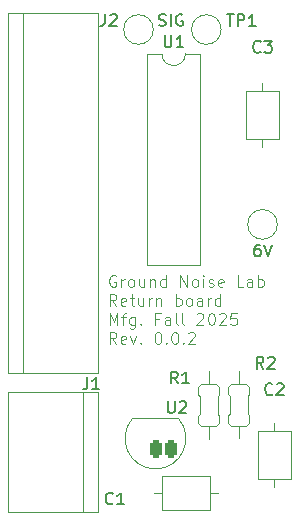
<source format=gto>
G04 #@! TF.GenerationSoftware,KiCad,Pcbnew,9.0.5-9.0.5~ubuntu25.04.1*
G04 #@! TF.CreationDate,2025-12-03T04:11:04-06:00*
G04 #@! TF.ProjectId,Return_Board,52657475-726e-45f4-926f-6172642e6b69,rev?*
G04 #@! TF.SameCoordinates,Original*
G04 #@! TF.FileFunction,Legend,Top*
G04 #@! TF.FilePolarity,Positive*
%FSLAX46Y46*%
G04 Gerber Fmt 4.6, Leading zero omitted, Abs format (unit mm)*
G04 Created by KiCad (PCBNEW 9.0.5-9.0.5~ubuntu25.04.1) date 2025-12-03 04:11:04*
%MOMM*%
%LPD*%
G01*
G04 APERTURE LIST*
G04 Aperture macros list*
%AMRoundRect*
0 Rectangle with rounded corners*
0 $1 Rounding radius*
0 $2 $3 $4 $5 $6 $7 $8 $9 X,Y pos of 4 corners*
0 Add a 4 corners polygon primitive as box body*
4,1,4,$2,$3,$4,$5,$6,$7,$8,$9,$2,$3,0*
0 Add four circle primitives for the rounded corners*
1,1,$1+$1,$2,$3*
1,1,$1+$1,$4,$5*
1,1,$1+$1,$6,$7*
1,1,$1+$1,$8,$9*
0 Add four rect primitives between the rounded corners*
20,1,$1+$1,$2,$3,$4,$5,0*
20,1,$1+$1,$4,$5,$6,$7,0*
20,1,$1+$1,$6,$7,$8,$9,0*
20,1,$1+$1,$8,$9,$2,$3,0*%
G04 Aperture macros list end*
%ADD10C,0.100000*%
%ADD11C,0.150000*%
%ADD12C,0.120000*%
%ADD13R,3.000000X3.000000*%
%ADD14C,3.000000*%
%ADD15C,1.600000*%
%ADD16O,1.600000X1.600000*%
%ADD17R,2.400000X1.600000*%
%ADD18O,2.400000X1.600000*%
%ADD19C,1.400000*%
%ADD20O,1.400000X1.400000*%
%ADD21C,2.000000*%
%ADD22RoundRect,0.262500X-0.262500X-0.487500X0.262500X-0.487500X0.262500X0.487500X-0.262500X0.487500X0*%
%ADD23R,1.050000X1.500000*%
G04 APERTURE END LIST*
D10*
X142077693Y-90340206D02*
X141982455Y-90292587D01*
X141982455Y-90292587D02*
X141839598Y-90292587D01*
X141839598Y-90292587D02*
X141696741Y-90340206D01*
X141696741Y-90340206D02*
X141601503Y-90435444D01*
X141601503Y-90435444D02*
X141553884Y-90530682D01*
X141553884Y-90530682D02*
X141506265Y-90721158D01*
X141506265Y-90721158D02*
X141506265Y-90864015D01*
X141506265Y-90864015D02*
X141553884Y-91054491D01*
X141553884Y-91054491D02*
X141601503Y-91149729D01*
X141601503Y-91149729D02*
X141696741Y-91244968D01*
X141696741Y-91244968D02*
X141839598Y-91292587D01*
X141839598Y-91292587D02*
X141934836Y-91292587D01*
X141934836Y-91292587D02*
X142077693Y-91244968D01*
X142077693Y-91244968D02*
X142125312Y-91197348D01*
X142125312Y-91197348D02*
X142125312Y-90864015D01*
X142125312Y-90864015D02*
X141934836Y-90864015D01*
X142553884Y-91292587D02*
X142553884Y-90625920D01*
X142553884Y-90816396D02*
X142601503Y-90721158D01*
X142601503Y-90721158D02*
X142649122Y-90673539D01*
X142649122Y-90673539D02*
X142744360Y-90625920D01*
X142744360Y-90625920D02*
X142839598Y-90625920D01*
X143315789Y-91292587D02*
X143220551Y-91244968D01*
X143220551Y-91244968D02*
X143172932Y-91197348D01*
X143172932Y-91197348D02*
X143125313Y-91102110D01*
X143125313Y-91102110D02*
X143125313Y-90816396D01*
X143125313Y-90816396D02*
X143172932Y-90721158D01*
X143172932Y-90721158D02*
X143220551Y-90673539D01*
X143220551Y-90673539D02*
X143315789Y-90625920D01*
X143315789Y-90625920D02*
X143458646Y-90625920D01*
X143458646Y-90625920D02*
X143553884Y-90673539D01*
X143553884Y-90673539D02*
X143601503Y-90721158D01*
X143601503Y-90721158D02*
X143649122Y-90816396D01*
X143649122Y-90816396D02*
X143649122Y-91102110D01*
X143649122Y-91102110D02*
X143601503Y-91197348D01*
X143601503Y-91197348D02*
X143553884Y-91244968D01*
X143553884Y-91244968D02*
X143458646Y-91292587D01*
X143458646Y-91292587D02*
X143315789Y-91292587D01*
X144506265Y-90625920D02*
X144506265Y-91292587D01*
X144077694Y-90625920D02*
X144077694Y-91149729D01*
X144077694Y-91149729D02*
X144125313Y-91244968D01*
X144125313Y-91244968D02*
X144220551Y-91292587D01*
X144220551Y-91292587D02*
X144363408Y-91292587D01*
X144363408Y-91292587D02*
X144458646Y-91244968D01*
X144458646Y-91244968D02*
X144506265Y-91197348D01*
X144982456Y-90625920D02*
X144982456Y-91292587D01*
X144982456Y-90721158D02*
X145030075Y-90673539D01*
X145030075Y-90673539D02*
X145125313Y-90625920D01*
X145125313Y-90625920D02*
X145268170Y-90625920D01*
X145268170Y-90625920D02*
X145363408Y-90673539D01*
X145363408Y-90673539D02*
X145411027Y-90768777D01*
X145411027Y-90768777D02*
X145411027Y-91292587D01*
X146315789Y-91292587D02*
X146315789Y-90292587D01*
X146315789Y-91244968D02*
X146220551Y-91292587D01*
X146220551Y-91292587D02*
X146030075Y-91292587D01*
X146030075Y-91292587D02*
X145934837Y-91244968D01*
X145934837Y-91244968D02*
X145887218Y-91197348D01*
X145887218Y-91197348D02*
X145839599Y-91102110D01*
X145839599Y-91102110D02*
X145839599Y-90816396D01*
X145839599Y-90816396D02*
X145887218Y-90721158D01*
X145887218Y-90721158D02*
X145934837Y-90673539D01*
X145934837Y-90673539D02*
X146030075Y-90625920D01*
X146030075Y-90625920D02*
X146220551Y-90625920D01*
X146220551Y-90625920D02*
X146315789Y-90673539D01*
X147553885Y-91292587D02*
X147553885Y-90292587D01*
X147553885Y-90292587D02*
X148125313Y-91292587D01*
X148125313Y-91292587D02*
X148125313Y-90292587D01*
X148744361Y-91292587D02*
X148649123Y-91244968D01*
X148649123Y-91244968D02*
X148601504Y-91197348D01*
X148601504Y-91197348D02*
X148553885Y-91102110D01*
X148553885Y-91102110D02*
X148553885Y-90816396D01*
X148553885Y-90816396D02*
X148601504Y-90721158D01*
X148601504Y-90721158D02*
X148649123Y-90673539D01*
X148649123Y-90673539D02*
X148744361Y-90625920D01*
X148744361Y-90625920D02*
X148887218Y-90625920D01*
X148887218Y-90625920D02*
X148982456Y-90673539D01*
X148982456Y-90673539D02*
X149030075Y-90721158D01*
X149030075Y-90721158D02*
X149077694Y-90816396D01*
X149077694Y-90816396D02*
X149077694Y-91102110D01*
X149077694Y-91102110D02*
X149030075Y-91197348D01*
X149030075Y-91197348D02*
X148982456Y-91244968D01*
X148982456Y-91244968D02*
X148887218Y-91292587D01*
X148887218Y-91292587D02*
X148744361Y-91292587D01*
X149506266Y-91292587D02*
X149506266Y-90625920D01*
X149506266Y-90292587D02*
X149458647Y-90340206D01*
X149458647Y-90340206D02*
X149506266Y-90387825D01*
X149506266Y-90387825D02*
X149553885Y-90340206D01*
X149553885Y-90340206D02*
X149506266Y-90292587D01*
X149506266Y-90292587D02*
X149506266Y-90387825D01*
X149934837Y-91244968D02*
X150030075Y-91292587D01*
X150030075Y-91292587D02*
X150220551Y-91292587D01*
X150220551Y-91292587D02*
X150315789Y-91244968D01*
X150315789Y-91244968D02*
X150363408Y-91149729D01*
X150363408Y-91149729D02*
X150363408Y-91102110D01*
X150363408Y-91102110D02*
X150315789Y-91006872D01*
X150315789Y-91006872D02*
X150220551Y-90959253D01*
X150220551Y-90959253D02*
X150077694Y-90959253D01*
X150077694Y-90959253D02*
X149982456Y-90911634D01*
X149982456Y-90911634D02*
X149934837Y-90816396D01*
X149934837Y-90816396D02*
X149934837Y-90768777D01*
X149934837Y-90768777D02*
X149982456Y-90673539D01*
X149982456Y-90673539D02*
X150077694Y-90625920D01*
X150077694Y-90625920D02*
X150220551Y-90625920D01*
X150220551Y-90625920D02*
X150315789Y-90673539D01*
X151172932Y-91244968D02*
X151077694Y-91292587D01*
X151077694Y-91292587D02*
X150887218Y-91292587D01*
X150887218Y-91292587D02*
X150791980Y-91244968D01*
X150791980Y-91244968D02*
X150744361Y-91149729D01*
X150744361Y-91149729D02*
X150744361Y-90768777D01*
X150744361Y-90768777D02*
X150791980Y-90673539D01*
X150791980Y-90673539D02*
X150887218Y-90625920D01*
X150887218Y-90625920D02*
X151077694Y-90625920D01*
X151077694Y-90625920D02*
X151172932Y-90673539D01*
X151172932Y-90673539D02*
X151220551Y-90768777D01*
X151220551Y-90768777D02*
X151220551Y-90864015D01*
X151220551Y-90864015D02*
X150744361Y-90959253D01*
X152887218Y-91292587D02*
X152411028Y-91292587D01*
X152411028Y-91292587D02*
X152411028Y-90292587D01*
X153649123Y-91292587D02*
X153649123Y-90768777D01*
X153649123Y-90768777D02*
X153601504Y-90673539D01*
X153601504Y-90673539D02*
X153506266Y-90625920D01*
X153506266Y-90625920D02*
X153315790Y-90625920D01*
X153315790Y-90625920D02*
X153220552Y-90673539D01*
X153649123Y-91244968D02*
X153553885Y-91292587D01*
X153553885Y-91292587D02*
X153315790Y-91292587D01*
X153315790Y-91292587D02*
X153220552Y-91244968D01*
X153220552Y-91244968D02*
X153172933Y-91149729D01*
X153172933Y-91149729D02*
X153172933Y-91054491D01*
X153172933Y-91054491D02*
X153220552Y-90959253D01*
X153220552Y-90959253D02*
X153315790Y-90911634D01*
X153315790Y-90911634D02*
X153553885Y-90911634D01*
X153553885Y-90911634D02*
X153649123Y-90864015D01*
X154125314Y-91292587D02*
X154125314Y-90292587D01*
X154125314Y-90673539D02*
X154220552Y-90625920D01*
X154220552Y-90625920D02*
X154411028Y-90625920D01*
X154411028Y-90625920D02*
X154506266Y-90673539D01*
X154506266Y-90673539D02*
X154553885Y-90721158D01*
X154553885Y-90721158D02*
X154601504Y-90816396D01*
X154601504Y-90816396D02*
X154601504Y-91102110D01*
X154601504Y-91102110D02*
X154553885Y-91197348D01*
X154553885Y-91197348D02*
X154506266Y-91244968D01*
X154506266Y-91244968D02*
X154411028Y-91292587D01*
X154411028Y-91292587D02*
X154220552Y-91292587D01*
X154220552Y-91292587D02*
X154125314Y-91244968D01*
X142125312Y-92902531D02*
X141791979Y-92426340D01*
X141553884Y-92902531D02*
X141553884Y-91902531D01*
X141553884Y-91902531D02*
X141934836Y-91902531D01*
X141934836Y-91902531D02*
X142030074Y-91950150D01*
X142030074Y-91950150D02*
X142077693Y-91997769D01*
X142077693Y-91997769D02*
X142125312Y-92093007D01*
X142125312Y-92093007D02*
X142125312Y-92235864D01*
X142125312Y-92235864D02*
X142077693Y-92331102D01*
X142077693Y-92331102D02*
X142030074Y-92378721D01*
X142030074Y-92378721D02*
X141934836Y-92426340D01*
X141934836Y-92426340D02*
X141553884Y-92426340D01*
X142934836Y-92854912D02*
X142839598Y-92902531D01*
X142839598Y-92902531D02*
X142649122Y-92902531D01*
X142649122Y-92902531D02*
X142553884Y-92854912D01*
X142553884Y-92854912D02*
X142506265Y-92759673D01*
X142506265Y-92759673D02*
X142506265Y-92378721D01*
X142506265Y-92378721D02*
X142553884Y-92283483D01*
X142553884Y-92283483D02*
X142649122Y-92235864D01*
X142649122Y-92235864D02*
X142839598Y-92235864D01*
X142839598Y-92235864D02*
X142934836Y-92283483D01*
X142934836Y-92283483D02*
X142982455Y-92378721D01*
X142982455Y-92378721D02*
X142982455Y-92473959D01*
X142982455Y-92473959D02*
X142506265Y-92569197D01*
X143268170Y-92235864D02*
X143649122Y-92235864D01*
X143411027Y-91902531D02*
X143411027Y-92759673D01*
X143411027Y-92759673D02*
X143458646Y-92854912D01*
X143458646Y-92854912D02*
X143553884Y-92902531D01*
X143553884Y-92902531D02*
X143649122Y-92902531D01*
X144411027Y-92235864D02*
X144411027Y-92902531D01*
X143982456Y-92235864D02*
X143982456Y-92759673D01*
X143982456Y-92759673D02*
X144030075Y-92854912D01*
X144030075Y-92854912D02*
X144125313Y-92902531D01*
X144125313Y-92902531D02*
X144268170Y-92902531D01*
X144268170Y-92902531D02*
X144363408Y-92854912D01*
X144363408Y-92854912D02*
X144411027Y-92807292D01*
X144887218Y-92902531D02*
X144887218Y-92235864D01*
X144887218Y-92426340D02*
X144934837Y-92331102D01*
X144934837Y-92331102D02*
X144982456Y-92283483D01*
X144982456Y-92283483D02*
X145077694Y-92235864D01*
X145077694Y-92235864D02*
X145172932Y-92235864D01*
X145506266Y-92235864D02*
X145506266Y-92902531D01*
X145506266Y-92331102D02*
X145553885Y-92283483D01*
X145553885Y-92283483D02*
X145649123Y-92235864D01*
X145649123Y-92235864D02*
X145791980Y-92235864D01*
X145791980Y-92235864D02*
X145887218Y-92283483D01*
X145887218Y-92283483D02*
X145934837Y-92378721D01*
X145934837Y-92378721D02*
X145934837Y-92902531D01*
X147172933Y-92902531D02*
X147172933Y-91902531D01*
X147172933Y-92283483D02*
X147268171Y-92235864D01*
X147268171Y-92235864D02*
X147458647Y-92235864D01*
X147458647Y-92235864D02*
X147553885Y-92283483D01*
X147553885Y-92283483D02*
X147601504Y-92331102D01*
X147601504Y-92331102D02*
X147649123Y-92426340D01*
X147649123Y-92426340D02*
X147649123Y-92712054D01*
X147649123Y-92712054D02*
X147601504Y-92807292D01*
X147601504Y-92807292D02*
X147553885Y-92854912D01*
X147553885Y-92854912D02*
X147458647Y-92902531D01*
X147458647Y-92902531D02*
X147268171Y-92902531D01*
X147268171Y-92902531D02*
X147172933Y-92854912D01*
X148220552Y-92902531D02*
X148125314Y-92854912D01*
X148125314Y-92854912D02*
X148077695Y-92807292D01*
X148077695Y-92807292D02*
X148030076Y-92712054D01*
X148030076Y-92712054D02*
X148030076Y-92426340D01*
X148030076Y-92426340D02*
X148077695Y-92331102D01*
X148077695Y-92331102D02*
X148125314Y-92283483D01*
X148125314Y-92283483D02*
X148220552Y-92235864D01*
X148220552Y-92235864D02*
X148363409Y-92235864D01*
X148363409Y-92235864D02*
X148458647Y-92283483D01*
X148458647Y-92283483D02*
X148506266Y-92331102D01*
X148506266Y-92331102D02*
X148553885Y-92426340D01*
X148553885Y-92426340D02*
X148553885Y-92712054D01*
X148553885Y-92712054D02*
X148506266Y-92807292D01*
X148506266Y-92807292D02*
X148458647Y-92854912D01*
X148458647Y-92854912D02*
X148363409Y-92902531D01*
X148363409Y-92902531D02*
X148220552Y-92902531D01*
X149411028Y-92902531D02*
X149411028Y-92378721D01*
X149411028Y-92378721D02*
X149363409Y-92283483D01*
X149363409Y-92283483D02*
X149268171Y-92235864D01*
X149268171Y-92235864D02*
X149077695Y-92235864D01*
X149077695Y-92235864D02*
X148982457Y-92283483D01*
X149411028Y-92854912D02*
X149315790Y-92902531D01*
X149315790Y-92902531D02*
X149077695Y-92902531D01*
X149077695Y-92902531D02*
X148982457Y-92854912D01*
X148982457Y-92854912D02*
X148934838Y-92759673D01*
X148934838Y-92759673D02*
X148934838Y-92664435D01*
X148934838Y-92664435D02*
X148982457Y-92569197D01*
X148982457Y-92569197D02*
X149077695Y-92521578D01*
X149077695Y-92521578D02*
X149315790Y-92521578D01*
X149315790Y-92521578D02*
X149411028Y-92473959D01*
X149887219Y-92902531D02*
X149887219Y-92235864D01*
X149887219Y-92426340D02*
X149934838Y-92331102D01*
X149934838Y-92331102D02*
X149982457Y-92283483D01*
X149982457Y-92283483D02*
X150077695Y-92235864D01*
X150077695Y-92235864D02*
X150172933Y-92235864D01*
X150934838Y-92902531D02*
X150934838Y-91902531D01*
X150934838Y-92854912D02*
X150839600Y-92902531D01*
X150839600Y-92902531D02*
X150649124Y-92902531D01*
X150649124Y-92902531D02*
X150553886Y-92854912D01*
X150553886Y-92854912D02*
X150506267Y-92807292D01*
X150506267Y-92807292D02*
X150458648Y-92712054D01*
X150458648Y-92712054D02*
X150458648Y-92426340D01*
X150458648Y-92426340D02*
X150506267Y-92331102D01*
X150506267Y-92331102D02*
X150553886Y-92283483D01*
X150553886Y-92283483D02*
X150649124Y-92235864D01*
X150649124Y-92235864D02*
X150839600Y-92235864D01*
X150839600Y-92235864D02*
X150934838Y-92283483D01*
X141553884Y-94512475D02*
X141553884Y-93512475D01*
X141553884Y-93512475D02*
X141887217Y-94226760D01*
X141887217Y-94226760D02*
X142220550Y-93512475D01*
X142220550Y-93512475D02*
X142220550Y-94512475D01*
X142553884Y-93845808D02*
X142934836Y-93845808D01*
X142696741Y-94512475D02*
X142696741Y-93655332D01*
X142696741Y-93655332D02*
X142744360Y-93560094D01*
X142744360Y-93560094D02*
X142839598Y-93512475D01*
X142839598Y-93512475D02*
X142934836Y-93512475D01*
X143696741Y-93845808D02*
X143696741Y-94655332D01*
X143696741Y-94655332D02*
X143649122Y-94750570D01*
X143649122Y-94750570D02*
X143601503Y-94798189D01*
X143601503Y-94798189D02*
X143506265Y-94845808D01*
X143506265Y-94845808D02*
X143363408Y-94845808D01*
X143363408Y-94845808D02*
X143268170Y-94798189D01*
X143696741Y-94464856D02*
X143601503Y-94512475D01*
X143601503Y-94512475D02*
X143411027Y-94512475D01*
X143411027Y-94512475D02*
X143315789Y-94464856D01*
X143315789Y-94464856D02*
X143268170Y-94417236D01*
X143268170Y-94417236D02*
X143220551Y-94321998D01*
X143220551Y-94321998D02*
X143220551Y-94036284D01*
X143220551Y-94036284D02*
X143268170Y-93941046D01*
X143268170Y-93941046D02*
X143315789Y-93893427D01*
X143315789Y-93893427D02*
X143411027Y-93845808D01*
X143411027Y-93845808D02*
X143601503Y-93845808D01*
X143601503Y-93845808D02*
X143696741Y-93893427D01*
X144172932Y-94417236D02*
X144220551Y-94464856D01*
X144220551Y-94464856D02*
X144172932Y-94512475D01*
X144172932Y-94512475D02*
X144125313Y-94464856D01*
X144125313Y-94464856D02*
X144172932Y-94417236D01*
X144172932Y-94417236D02*
X144172932Y-94512475D01*
X145744360Y-93988665D02*
X145411027Y-93988665D01*
X145411027Y-94512475D02*
X145411027Y-93512475D01*
X145411027Y-93512475D02*
X145887217Y-93512475D01*
X146696741Y-94512475D02*
X146696741Y-93988665D01*
X146696741Y-93988665D02*
X146649122Y-93893427D01*
X146649122Y-93893427D02*
X146553884Y-93845808D01*
X146553884Y-93845808D02*
X146363408Y-93845808D01*
X146363408Y-93845808D02*
X146268170Y-93893427D01*
X146696741Y-94464856D02*
X146601503Y-94512475D01*
X146601503Y-94512475D02*
X146363408Y-94512475D01*
X146363408Y-94512475D02*
X146268170Y-94464856D01*
X146268170Y-94464856D02*
X146220551Y-94369617D01*
X146220551Y-94369617D02*
X146220551Y-94274379D01*
X146220551Y-94274379D02*
X146268170Y-94179141D01*
X146268170Y-94179141D02*
X146363408Y-94131522D01*
X146363408Y-94131522D02*
X146601503Y-94131522D01*
X146601503Y-94131522D02*
X146696741Y-94083903D01*
X147315789Y-94512475D02*
X147220551Y-94464856D01*
X147220551Y-94464856D02*
X147172932Y-94369617D01*
X147172932Y-94369617D02*
X147172932Y-93512475D01*
X147839599Y-94512475D02*
X147744361Y-94464856D01*
X147744361Y-94464856D02*
X147696742Y-94369617D01*
X147696742Y-94369617D02*
X147696742Y-93512475D01*
X148934838Y-93607713D02*
X148982457Y-93560094D01*
X148982457Y-93560094D02*
X149077695Y-93512475D01*
X149077695Y-93512475D02*
X149315790Y-93512475D01*
X149315790Y-93512475D02*
X149411028Y-93560094D01*
X149411028Y-93560094D02*
X149458647Y-93607713D01*
X149458647Y-93607713D02*
X149506266Y-93702951D01*
X149506266Y-93702951D02*
X149506266Y-93798189D01*
X149506266Y-93798189D02*
X149458647Y-93941046D01*
X149458647Y-93941046D02*
X148887219Y-94512475D01*
X148887219Y-94512475D02*
X149506266Y-94512475D01*
X150125314Y-93512475D02*
X150220552Y-93512475D01*
X150220552Y-93512475D02*
X150315790Y-93560094D01*
X150315790Y-93560094D02*
X150363409Y-93607713D01*
X150363409Y-93607713D02*
X150411028Y-93702951D01*
X150411028Y-93702951D02*
X150458647Y-93893427D01*
X150458647Y-93893427D02*
X150458647Y-94131522D01*
X150458647Y-94131522D02*
X150411028Y-94321998D01*
X150411028Y-94321998D02*
X150363409Y-94417236D01*
X150363409Y-94417236D02*
X150315790Y-94464856D01*
X150315790Y-94464856D02*
X150220552Y-94512475D01*
X150220552Y-94512475D02*
X150125314Y-94512475D01*
X150125314Y-94512475D02*
X150030076Y-94464856D01*
X150030076Y-94464856D02*
X149982457Y-94417236D01*
X149982457Y-94417236D02*
X149934838Y-94321998D01*
X149934838Y-94321998D02*
X149887219Y-94131522D01*
X149887219Y-94131522D02*
X149887219Y-93893427D01*
X149887219Y-93893427D02*
X149934838Y-93702951D01*
X149934838Y-93702951D02*
X149982457Y-93607713D01*
X149982457Y-93607713D02*
X150030076Y-93560094D01*
X150030076Y-93560094D02*
X150125314Y-93512475D01*
X150839600Y-93607713D02*
X150887219Y-93560094D01*
X150887219Y-93560094D02*
X150982457Y-93512475D01*
X150982457Y-93512475D02*
X151220552Y-93512475D01*
X151220552Y-93512475D02*
X151315790Y-93560094D01*
X151315790Y-93560094D02*
X151363409Y-93607713D01*
X151363409Y-93607713D02*
X151411028Y-93702951D01*
X151411028Y-93702951D02*
X151411028Y-93798189D01*
X151411028Y-93798189D02*
X151363409Y-93941046D01*
X151363409Y-93941046D02*
X150791981Y-94512475D01*
X150791981Y-94512475D02*
X151411028Y-94512475D01*
X152315790Y-93512475D02*
X151839600Y-93512475D01*
X151839600Y-93512475D02*
X151791981Y-93988665D01*
X151791981Y-93988665D02*
X151839600Y-93941046D01*
X151839600Y-93941046D02*
X151934838Y-93893427D01*
X151934838Y-93893427D02*
X152172933Y-93893427D01*
X152172933Y-93893427D02*
X152268171Y-93941046D01*
X152268171Y-93941046D02*
X152315790Y-93988665D01*
X152315790Y-93988665D02*
X152363409Y-94083903D01*
X152363409Y-94083903D02*
X152363409Y-94321998D01*
X152363409Y-94321998D02*
X152315790Y-94417236D01*
X152315790Y-94417236D02*
X152268171Y-94464856D01*
X152268171Y-94464856D02*
X152172933Y-94512475D01*
X152172933Y-94512475D02*
X151934838Y-94512475D01*
X151934838Y-94512475D02*
X151839600Y-94464856D01*
X151839600Y-94464856D02*
X151791981Y-94417236D01*
X142125312Y-96122419D02*
X141791979Y-95646228D01*
X141553884Y-96122419D02*
X141553884Y-95122419D01*
X141553884Y-95122419D02*
X141934836Y-95122419D01*
X141934836Y-95122419D02*
X142030074Y-95170038D01*
X142030074Y-95170038D02*
X142077693Y-95217657D01*
X142077693Y-95217657D02*
X142125312Y-95312895D01*
X142125312Y-95312895D02*
X142125312Y-95455752D01*
X142125312Y-95455752D02*
X142077693Y-95550990D01*
X142077693Y-95550990D02*
X142030074Y-95598609D01*
X142030074Y-95598609D02*
X141934836Y-95646228D01*
X141934836Y-95646228D02*
X141553884Y-95646228D01*
X142934836Y-96074800D02*
X142839598Y-96122419D01*
X142839598Y-96122419D02*
X142649122Y-96122419D01*
X142649122Y-96122419D02*
X142553884Y-96074800D01*
X142553884Y-96074800D02*
X142506265Y-95979561D01*
X142506265Y-95979561D02*
X142506265Y-95598609D01*
X142506265Y-95598609D02*
X142553884Y-95503371D01*
X142553884Y-95503371D02*
X142649122Y-95455752D01*
X142649122Y-95455752D02*
X142839598Y-95455752D01*
X142839598Y-95455752D02*
X142934836Y-95503371D01*
X142934836Y-95503371D02*
X142982455Y-95598609D01*
X142982455Y-95598609D02*
X142982455Y-95693847D01*
X142982455Y-95693847D02*
X142506265Y-95789085D01*
X143315789Y-95455752D02*
X143553884Y-96122419D01*
X143553884Y-96122419D02*
X143791979Y-95455752D01*
X144172932Y-96027180D02*
X144220551Y-96074800D01*
X144220551Y-96074800D02*
X144172932Y-96122419D01*
X144172932Y-96122419D02*
X144125313Y-96074800D01*
X144125313Y-96074800D02*
X144172932Y-96027180D01*
X144172932Y-96027180D02*
X144172932Y-96122419D01*
X145601503Y-95122419D02*
X145696741Y-95122419D01*
X145696741Y-95122419D02*
X145791979Y-95170038D01*
X145791979Y-95170038D02*
X145839598Y-95217657D01*
X145839598Y-95217657D02*
X145887217Y-95312895D01*
X145887217Y-95312895D02*
X145934836Y-95503371D01*
X145934836Y-95503371D02*
X145934836Y-95741466D01*
X145934836Y-95741466D02*
X145887217Y-95931942D01*
X145887217Y-95931942D02*
X145839598Y-96027180D01*
X145839598Y-96027180D02*
X145791979Y-96074800D01*
X145791979Y-96074800D02*
X145696741Y-96122419D01*
X145696741Y-96122419D02*
X145601503Y-96122419D01*
X145601503Y-96122419D02*
X145506265Y-96074800D01*
X145506265Y-96074800D02*
X145458646Y-96027180D01*
X145458646Y-96027180D02*
X145411027Y-95931942D01*
X145411027Y-95931942D02*
X145363408Y-95741466D01*
X145363408Y-95741466D02*
X145363408Y-95503371D01*
X145363408Y-95503371D02*
X145411027Y-95312895D01*
X145411027Y-95312895D02*
X145458646Y-95217657D01*
X145458646Y-95217657D02*
X145506265Y-95170038D01*
X145506265Y-95170038D02*
X145601503Y-95122419D01*
X146363408Y-96027180D02*
X146411027Y-96074800D01*
X146411027Y-96074800D02*
X146363408Y-96122419D01*
X146363408Y-96122419D02*
X146315789Y-96074800D01*
X146315789Y-96074800D02*
X146363408Y-96027180D01*
X146363408Y-96027180D02*
X146363408Y-96122419D01*
X147030074Y-95122419D02*
X147125312Y-95122419D01*
X147125312Y-95122419D02*
X147220550Y-95170038D01*
X147220550Y-95170038D02*
X147268169Y-95217657D01*
X147268169Y-95217657D02*
X147315788Y-95312895D01*
X147315788Y-95312895D02*
X147363407Y-95503371D01*
X147363407Y-95503371D02*
X147363407Y-95741466D01*
X147363407Y-95741466D02*
X147315788Y-95931942D01*
X147315788Y-95931942D02*
X147268169Y-96027180D01*
X147268169Y-96027180D02*
X147220550Y-96074800D01*
X147220550Y-96074800D02*
X147125312Y-96122419D01*
X147125312Y-96122419D02*
X147030074Y-96122419D01*
X147030074Y-96122419D02*
X146934836Y-96074800D01*
X146934836Y-96074800D02*
X146887217Y-96027180D01*
X146887217Y-96027180D02*
X146839598Y-95931942D01*
X146839598Y-95931942D02*
X146791979Y-95741466D01*
X146791979Y-95741466D02*
X146791979Y-95503371D01*
X146791979Y-95503371D02*
X146839598Y-95312895D01*
X146839598Y-95312895D02*
X146887217Y-95217657D01*
X146887217Y-95217657D02*
X146934836Y-95170038D01*
X146934836Y-95170038D02*
X147030074Y-95122419D01*
X147791979Y-96027180D02*
X147839598Y-96074800D01*
X147839598Y-96074800D02*
X147791979Y-96122419D01*
X147791979Y-96122419D02*
X147744360Y-96074800D01*
X147744360Y-96074800D02*
X147791979Y-96027180D01*
X147791979Y-96027180D02*
X147791979Y-96122419D01*
X148220550Y-95217657D02*
X148268169Y-95170038D01*
X148268169Y-95170038D02*
X148363407Y-95122419D01*
X148363407Y-95122419D02*
X148601502Y-95122419D01*
X148601502Y-95122419D02*
X148696740Y-95170038D01*
X148696740Y-95170038D02*
X148744359Y-95217657D01*
X148744359Y-95217657D02*
X148791978Y-95312895D01*
X148791978Y-95312895D02*
X148791978Y-95408133D01*
X148791978Y-95408133D02*
X148744359Y-95550990D01*
X148744359Y-95550990D02*
X148172931Y-96122419D01*
X148172931Y-96122419D02*
X148791978Y-96122419D01*
D11*
X141166666Y-68204819D02*
X141166666Y-68919104D01*
X141166666Y-68919104D02*
X141119047Y-69061961D01*
X141119047Y-69061961D02*
X141023809Y-69157200D01*
X141023809Y-69157200D02*
X140880952Y-69204819D01*
X140880952Y-69204819D02*
X140785714Y-69204819D01*
X141595238Y-68300057D02*
X141642857Y-68252438D01*
X141642857Y-68252438D02*
X141738095Y-68204819D01*
X141738095Y-68204819D02*
X141976190Y-68204819D01*
X141976190Y-68204819D02*
X142071428Y-68252438D01*
X142071428Y-68252438D02*
X142119047Y-68300057D01*
X142119047Y-68300057D02*
X142166666Y-68395295D01*
X142166666Y-68395295D02*
X142166666Y-68490533D01*
X142166666Y-68490533D02*
X142119047Y-68633390D01*
X142119047Y-68633390D02*
X141547619Y-69204819D01*
X141547619Y-69204819D02*
X142166666Y-69204819D01*
X155333333Y-100359580D02*
X155285714Y-100407200D01*
X155285714Y-100407200D02*
X155142857Y-100454819D01*
X155142857Y-100454819D02*
X155047619Y-100454819D01*
X155047619Y-100454819D02*
X154904762Y-100407200D01*
X154904762Y-100407200D02*
X154809524Y-100311961D01*
X154809524Y-100311961D02*
X154761905Y-100216723D01*
X154761905Y-100216723D02*
X154714286Y-100026247D01*
X154714286Y-100026247D02*
X154714286Y-99883390D01*
X154714286Y-99883390D02*
X154761905Y-99692914D01*
X154761905Y-99692914D02*
X154809524Y-99597676D01*
X154809524Y-99597676D02*
X154904762Y-99502438D01*
X154904762Y-99502438D02*
X155047619Y-99454819D01*
X155047619Y-99454819D02*
X155142857Y-99454819D01*
X155142857Y-99454819D02*
X155285714Y-99502438D01*
X155285714Y-99502438D02*
X155333333Y-99550057D01*
X155714286Y-99550057D02*
X155761905Y-99502438D01*
X155761905Y-99502438D02*
X155857143Y-99454819D01*
X155857143Y-99454819D02*
X156095238Y-99454819D01*
X156095238Y-99454819D02*
X156190476Y-99502438D01*
X156190476Y-99502438D02*
X156238095Y-99550057D01*
X156238095Y-99550057D02*
X156285714Y-99645295D01*
X156285714Y-99645295D02*
X156285714Y-99740533D01*
X156285714Y-99740533D02*
X156238095Y-99883390D01*
X156238095Y-99883390D02*
X155666667Y-100454819D01*
X155666667Y-100454819D02*
X156285714Y-100454819D01*
X139666666Y-98954819D02*
X139666666Y-99669104D01*
X139666666Y-99669104D02*
X139619047Y-99811961D01*
X139619047Y-99811961D02*
X139523809Y-99907200D01*
X139523809Y-99907200D02*
X139380952Y-99954819D01*
X139380952Y-99954819D02*
X139285714Y-99954819D01*
X140666666Y-99954819D02*
X140095238Y-99954819D01*
X140380952Y-99954819D02*
X140380952Y-98954819D01*
X140380952Y-98954819D02*
X140285714Y-99097676D01*
X140285714Y-99097676D02*
X140190476Y-99192914D01*
X140190476Y-99192914D02*
X140095238Y-99240533D01*
X146223095Y-69999819D02*
X146223095Y-70809342D01*
X146223095Y-70809342D02*
X146270714Y-70904580D01*
X146270714Y-70904580D02*
X146318333Y-70952200D01*
X146318333Y-70952200D02*
X146413571Y-70999819D01*
X146413571Y-70999819D02*
X146604047Y-70999819D01*
X146604047Y-70999819D02*
X146699285Y-70952200D01*
X146699285Y-70952200D02*
X146746904Y-70904580D01*
X146746904Y-70904580D02*
X146794523Y-70809342D01*
X146794523Y-70809342D02*
X146794523Y-69999819D01*
X147794523Y-70999819D02*
X147223095Y-70999819D01*
X147508809Y-70999819D02*
X147508809Y-69999819D01*
X147508809Y-69999819D02*
X147413571Y-70142676D01*
X147413571Y-70142676D02*
X147318333Y-70237914D01*
X147318333Y-70237914D02*
X147223095Y-70285533D01*
X154583333Y-98204819D02*
X154250000Y-97728628D01*
X154011905Y-98204819D02*
X154011905Y-97204819D01*
X154011905Y-97204819D02*
X154392857Y-97204819D01*
X154392857Y-97204819D02*
X154488095Y-97252438D01*
X154488095Y-97252438D02*
X154535714Y-97300057D01*
X154535714Y-97300057D02*
X154583333Y-97395295D01*
X154583333Y-97395295D02*
X154583333Y-97538152D01*
X154583333Y-97538152D02*
X154535714Y-97633390D01*
X154535714Y-97633390D02*
X154488095Y-97681009D01*
X154488095Y-97681009D02*
X154392857Y-97728628D01*
X154392857Y-97728628D02*
X154011905Y-97728628D01*
X154964286Y-97300057D02*
X155011905Y-97252438D01*
X155011905Y-97252438D02*
X155107143Y-97204819D01*
X155107143Y-97204819D02*
X155345238Y-97204819D01*
X155345238Y-97204819D02*
X155440476Y-97252438D01*
X155440476Y-97252438D02*
X155488095Y-97300057D01*
X155488095Y-97300057D02*
X155535714Y-97395295D01*
X155535714Y-97395295D02*
X155535714Y-97490533D01*
X155535714Y-97490533D02*
X155488095Y-97633390D01*
X155488095Y-97633390D02*
X154916667Y-98204819D01*
X154916667Y-98204819D02*
X155535714Y-98204819D01*
X145726191Y-69157200D02*
X145869048Y-69204819D01*
X145869048Y-69204819D02*
X146107143Y-69204819D01*
X146107143Y-69204819D02*
X146202381Y-69157200D01*
X146202381Y-69157200D02*
X146250000Y-69109580D01*
X146250000Y-69109580D02*
X146297619Y-69014342D01*
X146297619Y-69014342D02*
X146297619Y-68919104D01*
X146297619Y-68919104D02*
X146250000Y-68823866D01*
X146250000Y-68823866D02*
X146202381Y-68776247D01*
X146202381Y-68776247D02*
X146107143Y-68728628D01*
X146107143Y-68728628D02*
X145916667Y-68681009D01*
X145916667Y-68681009D02*
X145821429Y-68633390D01*
X145821429Y-68633390D02*
X145773810Y-68585771D01*
X145773810Y-68585771D02*
X145726191Y-68490533D01*
X145726191Y-68490533D02*
X145726191Y-68395295D01*
X145726191Y-68395295D02*
X145773810Y-68300057D01*
X145773810Y-68300057D02*
X145821429Y-68252438D01*
X145821429Y-68252438D02*
X145916667Y-68204819D01*
X145916667Y-68204819D02*
X146154762Y-68204819D01*
X146154762Y-68204819D02*
X146297619Y-68252438D01*
X146726191Y-69204819D02*
X146726191Y-68204819D01*
X147726190Y-68252438D02*
X147630952Y-68204819D01*
X147630952Y-68204819D02*
X147488095Y-68204819D01*
X147488095Y-68204819D02*
X147345238Y-68252438D01*
X147345238Y-68252438D02*
X147250000Y-68347676D01*
X147250000Y-68347676D02*
X147202381Y-68442914D01*
X147202381Y-68442914D02*
X147154762Y-68633390D01*
X147154762Y-68633390D02*
X147154762Y-68776247D01*
X147154762Y-68776247D02*
X147202381Y-68966723D01*
X147202381Y-68966723D02*
X147250000Y-69061961D01*
X147250000Y-69061961D02*
X147345238Y-69157200D01*
X147345238Y-69157200D02*
X147488095Y-69204819D01*
X147488095Y-69204819D02*
X147583333Y-69204819D01*
X147583333Y-69204819D02*
X147726190Y-69157200D01*
X147726190Y-69157200D02*
X147773809Y-69109580D01*
X147773809Y-69109580D02*
X147773809Y-68776247D01*
X147773809Y-68776247D02*
X147583333Y-68776247D01*
X154333333Y-71359580D02*
X154285714Y-71407200D01*
X154285714Y-71407200D02*
X154142857Y-71454819D01*
X154142857Y-71454819D02*
X154047619Y-71454819D01*
X154047619Y-71454819D02*
X153904762Y-71407200D01*
X153904762Y-71407200D02*
X153809524Y-71311961D01*
X153809524Y-71311961D02*
X153761905Y-71216723D01*
X153761905Y-71216723D02*
X153714286Y-71026247D01*
X153714286Y-71026247D02*
X153714286Y-70883390D01*
X153714286Y-70883390D02*
X153761905Y-70692914D01*
X153761905Y-70692914D02*
X153809524Y-70597676D01*
X153809524Y-70597676D02*
X153904762Y-70502438D01*
X153904762Y-70502438D02*
X154047619Y-70454819D01*
X154047619Y-70454819D02*
X154142857Y-70454819D01*
X154142857Y-70454819D02*
X154285714Y-70502438D01*
X154285714Y-70502438D02*
X154333333Y-70550057D01*
X154666667Y-70454819D02*
X155285714Y-70454819D01*
X155285714Y-70454819D02*
X154952381Y-70835771D01*
X154952381Y-70835771D02*
X155095238Y-70835771D01*
X155095238Y-70835771D02*
X155190476Y-70883390D01*
X155190476Y-70883390D02*
X155238095Y-70931009D01*
X155238095Y-70931009D02*
X155285714Y-71026247D01*
X155285714Y-71026247D02*
X155285714Y-71264342D01*
X155285714Y-71264342D02*
X155238095Y-71359580D01*
X155238095Y-71359580D02*
X155190476Y-71407200D01*
X155190476Y-71407200D02*
X155095238Y-71454819D01*
X155095238Y-71454819D02*
X154809524Y-71454819D01*
X154809524Y-71454819D02*
X154714286Y-71407200D01*
X154714286Y-71407200D02*
X154666667Y-71359580D01*
X147333333Y-99454819D02*
X147000000Y-98978628D01*
X146761905Y-99454819D02*
X146761905Y-98454819D01*
X146761905Y-98454819D02*
X147142857Y-98454819D01*
X147142857Y-98454819D02*
X147238095Y-98502438D01*
X147238095Y-98502438D02*
X147285714Y-98550057D01*
X147285714Y-98550057D02*
X147333333Y-98645295D01*
X147333333Y-98645295D02*
X147333333Y-98788152D01*
X147333333Y-98788152D02*
X147285714Y-98883390D01*
X147285714Y-98883390D02*
X147238095Y-98931009D01*
X147238095Y-98931009D02*
X147142857Y-98978628D01*
X147142857Y-98978628D02*
X146761905Y-98978628D01*
X148285714Y-99454819D02*
X147714286Y-99454819D01*
X148000000Y-99454819D02*
X148000000Y-98454819D01*
X148000000Y-98454819D02*
X147904762Y-98597676D01*
X147904762Y-98597676D02*
X147809524Y-98692914D01*
X147809524Y-98692914D02*
X147714286Y-98740533D01*
X151488095Y-68204819D02*
X152059523Y-68204819D01*
X151773809Y-69204819D02*
X151773809Y-68204819D01*
X152392857Y-69204819D02*
X152392857Y-68204819D01*
X152392857Y-68204819D02*
X152773809Y-68204819D01*
X152773809Y-68204819D02*
X152869047Y-68252438D01*
X152869047Y-68252438D02*
X152916666Y-68300057D01*
X152916666Y-68300057D02*
X152964285Y-68395295D01*
X152964285Y-68395295D02*
X152964285Y-68538152D01*
X152964285Y-68538152D02*
X152916666Y-68633390D01*
X152916666Y-68633390D02*
X152869047Y-68681009D01*
X152869047Y-68681009D02*
X152773809Y-68728628D01*
X152773809Y-68728628D02*
X152392857Y-68728628D01*
X153916666Y-69204819D02*
X153345238Y-69204819D01*
X153630952Y-69204819D02*
X153630952Y-68204819D01*
X153630952Y-68204819D02*
X153535714Y-68347676D01*
X153535714Y-68347676D02*
X153440476Y-68442914D01*
X153440476Y-68442914D02*
X153345238Y-68490533D01*
X154261904Y-87704819D02*
X154071428Y-87704819D01*
X154071428Y-87704819D02*
X153976190Y-87752438D01*
X153976190Y-87752438D02*
X153928571Y-87800057D01*
X153928571Y-87800057D02*
X153833333Y-87942914D01*
X153833333Y-87942914D02*
X153785714Y-88133390D01*
X153785714Y-88133390D02*
X153785714Y-88514342D01*
X153785714Y-88514342D02*
X153833333Y-88609580D01*
X153833333Y-88609580D02*
X153880952Y-88657200D01*
X153880952Y-88657200D02*
X153976190Y-88704819D01*
X153976190Y-88704819D02*
X154166666Y-88704819D01*
X154166666Y-88704819D02*
X154261904Y-88657200D01*
X154261904Y-88657200D02*
X154309523Y-88609580D01*
X154309523Y-88609580D02*
X154357142Y-88514342D01*
X154357142Y-88514342D02*
X154357142Y-88276247D01*
X154357142Y-88276247D02*
X154309523Y-88181009D01*
X154309523Y-88181009D02*
X154261904Y-88133390D01*
X154261904Y-88133390D02*
X154166666Y-88085771D01*
X154166666Y-88085771D02*
X153976190Y-88085771D01*
X153976190Y-88085771D02*
X153880952Y-88133390D01*
X153880952Y-88133390D02*
X153833333Y-88181009D01*
X153833333Y-88181009D02*
X153785714Y-88276247D01*
X154642857Y-87704819D02*
X154976190Y-88704819D01*
X154976190Y-88704819D02*
X155309523Y-87704819D01*
X146488095Y-100954819D02*
X146488095Y-101764342D01*
X146488095Y-101764342D02*
X146535714Y-101859580D01*
X146535714Y-101859580D02*
X146583333Y-101907200D01*
X146583333Y-101907200D02*
X146678571Y-101954819D01*
X146678571Y-101954819D02*
X146869047Y-101954819D01*
X146869047Y-101954819D02*
X146964285Y-101907200D01*
X146964285Y-101907200D02*
X147011904Y-101859580D01*
X147011904Y-101859580D02*
X147059523Y-101764342D01*
X147059523Y-101764342D02*
X147059523Y-100954819D01*
X147488095Y-101050057D02*
X147535714Y-101002438D01*
X147535714Y-101002438D02*
X147630952Y-100954819D01*
X147630952Y-100954819D02*
X147869047Y-100954819D01*
X147869047Y-100954819D02*
X147964285Y-101002438D01*
X147964285Y-101002438D02*
X148011904Y-101050057D01*
X148011904Y-101050057D02*
X148059523Y-101145295D01*
X148059523Y-101145295D02*
X148059523Y-101240533D01*
X148059523Y-101240533D02*
X148011904Y-101383390D01*
X148011904Y-101383390D02*
X147440476Y-101954819D01*
X147440476Y-101954819D02*
X148059523Y-101954819D01*
X141833333Y-109609580D02*
X141785714Y-109657200D01*
X141785714Y-109657200D02*
X141642857Y-109704819D01*
X141642857Y-109704819D02*
X141547619Y-109704819D01*
X141547619Y-109704819D02*
X141404762Y-109657200D01*
X141404762Y-109657200D02*
X141309524Y-109561961D01*
X141309524Y-109561961D02*
X141261905Y-109466723D01*
X141261905Y-109466723D02*
X141214286Y-109276247D01*
X141214286Y-109276247D02*
X141214286Y-109133390D01*
X141214286Y-109133390D02*
X141261905Y-108942914D01*
X141261905Y-108942914D02*
X141309524Y-108847676D01*
X141309524Y-108847676D02*
X141404762Y-108752438D01*
X141404762Y-108752438D02*
X141547619Y-108704819D01*
X141547619Y-108704819D02*
X141642857Y-108704819D01*
X141642857Y-108704819D02*
X141785714Y-108752438D01*
X141785714Y-108752438D02*
X141833333Y-108800057D01*
X142785714Y-109704819D02*
X142214286Y-109704819D01*
X142500000Y-109704819D02*
X142500000Y-108704819D01*
X142500000Y-108704819D02*
X142404762Y-108847676D01*
X142404762Y-108847676D02*
X142309524Y-108942914D01*
X142309524Y-108942914D02*
X142214286Y-108990533D01*
D12*
X132940000Y-68130000D02*
X132940000Y-98610000D01*
X132940000Y-98610000D02*
X140560000Y-98610000D01*
X134210000Y-68130000D02*
X134210000Y-98610000D01*
X140560000Y-68130000D02*
X132940000Y-68130000D01*
X140560000Y-68130000D02*
X140560000Y-98610000D01*
X154080000Y-103480000D02*
X154080000Y-107520000D01*
X154080000Y-107520000D02*
X156920000Y-107520000D01*
X155500000Y-102790000D02*
X155500000Y-103480000D01*
X155500000Y-108210000D02*
X155500000Y-107520000D01*
X156920000Y-103480000D02*
X154080000Y-103480000D01*
X156920000Y-107520000D02*
X156920000Y-103480000D01*
X132940000Y-100170000D02*
X132940000Y-110330000D01*
X132940000Y-110330000D02*
X140560000Y-110330000D01*
X139290000Y-100170000D02*
X139290000Y-110330000D01*
X140560000Y-100170000D02*
X132940000Y-100170000D01*
X140560000Y-110330000D02*
X140560000Y-100170000D01*
X144735000Y-71545000D02*
X144735000Y-89445000D01*
X144735000Y-89445000D02*
X149235000Y-89445000D01*
X145985000Y-71545000D02*
X144735000Y-71545000D01*
X149235000Y-71545000D02*
X147985000Y-71545000D01*
X149235000Y-89445000D02*
X149235000Y-71545000D01*
X147985000Y-71545000D02*
G75*
G02*
X145985000Y-71545000I-1000000J0D01*
G01*
X151611000Y-99726000D02*
X151611000Y-100361000D01*
X151611000Y-100361000D02*
X151738000Y-100488000D01*
X151611000Y-102139000D02*
X151738000Y-102012000D01*
X151611000Y-102774000D02*
X151611000Y-102139000D01*
X151738000Y-100488000D02*
X151738000Y-101250000D01*
X151738000Y-102012000D02*
X151738000Y-101250000D01*
X151865000Y-99472000D02*
X151611000Y-99726000D01*
X151865000Y-99472000D02*
X153135000Y-99472000D01*
X151865000Y-103028000D02*
X151611000Y-102774000D01*
X152500000Y-98380000D02*
X152500000Y-99330000D01*
X152500000Y-99345000D02*
X152500000Y-99472000D01*
X152500000Y-103170000D02*
X152500000Y-103028000D01*
X152500000Y-104120000D02*
X152500000Y-103170000D01*
X153135000Y-99472000D02*
X153389000Y-99726000D01*
X153135000Y-103028000D02*
X151865000Y-103028000D01*
X153135000Y-103028000D02*
X153389000Y-102774000D01*
X153262000Y-100488000D02*
X153262000Y-101250000D01*
X153262000Y-102012000D02*
X153262000Y-101250000D01*
X153389000Y-99726000D02*
X153389000Y-100361000D01*
X153389000Y-100361000D02*
X153262000Y-100488000D01*
X153389000Y-102139000D02*
X153262000Y-102012000D01*
X153389000Y-102774000D02*
X153389000Y-102139000D01*
X145251000Y-69500000D02*
G75*
G02*
X142749000Y-69500000I-1251000J0D01*
G01*
X142749000Y-69500000D02*
G75*
G02*
X145251000Y-69500000I1251000J0D01*
G01*
X153080000Y-74730000D02*
X153080000Y-78770000D01*
X153080000Y-78770000D02*
X155920000Y-78770000D01*
X154500000Y-74040000D02*
X154500000Y-74730000D01*
X154500000Y-79460000D02*
X154500000Y-78770000D01*
X155920000Y-74730000D02*
X153080000Y-74730000D01*
X155920000Y-78770000D02*
X155920000Y-74730000D01*
X149053000Y-99774000D02*
X149053000Y-100409000D01*
X149053000Y-100409000D02*
X149180000Y-100536000D01*
X149053000Y-102187000D02*
X149180000Y-102060000D01*
X149053000Y-102822000D02*
X149053000Y-102187000D01*
X149180000Y-100536000D02*
X149180000Y-101298000D01*
X149180000Y-102060000D02*
X149180000Y-101298000D01*
X149307000Y-99520000D02*
X149053000Y-99774000D01*
X149307000Y-99520000D02*
X150577000Y-99520000D01*
X149307000Y-103076000D02*
X149053000Y-102822000D01*
X149942000Y-98428000D02*
X149942000Y-99378000D01*
X149942000Y-99378000D02*
X149942000Y-99520000D01*
X149942000Y-103203000D02*
X149942000Y-103076000D01*
X149942000Y-104168000D02*
X149942000Y-103218000D01*
X150577000Y-99520000D02*
X150831000Y-99774000D01*
X150577000Y-103076000D02*
X149307000Y-103076000D01*
X150577000Y-103076000D02*
X150831000Y-102822000D01*
X150704000Y-100536000D02*
X150704000Y-101298000D01*
X150704000Y-102060000D02*
X150704000Y-101298000D01*
X150831000Y-99774000D02*
X150831000Y-100409000D01*
X150831000Y-100409000D02*
X150704000Y-100536000D01*
X150831000Y-102187000D02*
X150704000Y-102060000D01*
X150831000Y-102822000D02*
X150831000Y-102187000D01*
X151001000Y-69500000D02*
G75*
G02*
X148499000Y-69500000I-1251000J0D01*
G01*
X148499000Y-69500000D02*
G75*
G02*
X151001000Y-69500000I1251000J0D01*
G01*
X155751000Y-86000000D02*
G75*
G02*
X153249000Y-86000000I-1251000J0D01*
G01*
X153249000Y-86000000D02*
G75*
G02*
X155751000Y-86000000I1251000J0D01*
G01*
X147380000Y-102420000D02*
X143530000Y-102420000D01*
X147380000Y-102420000D02*
G75*
G02*
X143491389Y-102429878I-1940000J-1700000D01*
G01*
X145290000Y-108750000D02*
X145980000Y-108750000D01*
X145980000Y-107330000D02*
X145980000Y-110170000D01*
X145980000Y-110170000D02*
X150020000Y-110170000D01*
X150020000Y-107330000D02*
X145980000Y-107330000D01*
X150020000Y-110170000D02*
X150020000Y-107330000D01*
X150710000Y-108750000D02*
X150020000Y-108750000D01*
%LPC*%
D13*
X136750000Y-70670000D03*
D14*
X136750000Y-75750000D03*
X136750000Y-80830000D03*
X136750000Y-85910000D03*
X136750000Y-90990000D03*
X136750000Y-96070000D03*
D15*
X155500000Y-101750000D03*
D16*
X155500000Y-109250000D03*
D13*
X136750000Y-107790000D03*
D14*
X136750000Y-102710000D03*
D17*
X143175000Y-72875000D03*
D18*
X143175000Y-75415000D03*
X143175000Y-77955000D03*
X143175000Y-80495000D03*
X143175000Y-83035000D03*
X143175000Y-85575000D03*
X143175000Y-88115000D03*
X150795000Y-88115000D03*
X150795000Y-85575000D03*
X150795000Y-83035000D03*
X150795000Y-80495000D03*
X150795000Y-77955000D03*
X150795000Y-75415000D03*
X150795000Y-72875000D03*
D19*
X152500000Y-105060000D03*
D20*
X152500000Y-97440000D03*
D21*
X144000000Y-69500000D03*
D15*
X154500000Y-73000000D03*
D16*
X154500000Y-80500000D03*
D19*
X149942000Y-97488000D03*
D20*
X149942000Y-105108000D03*
D21*
X149750000Y-69500000D03*
X154500000Y-86000000D03*
D22*
X146790000Y-105000000D03*
D23*
X144250000Y-105000000D03*
D22*
X145520000Y-105000000D03*
D15*
X144250000Y-108750000D03*
D16*
X151750000Y-108750000D03*
%LPD*%
M02*

</source>
